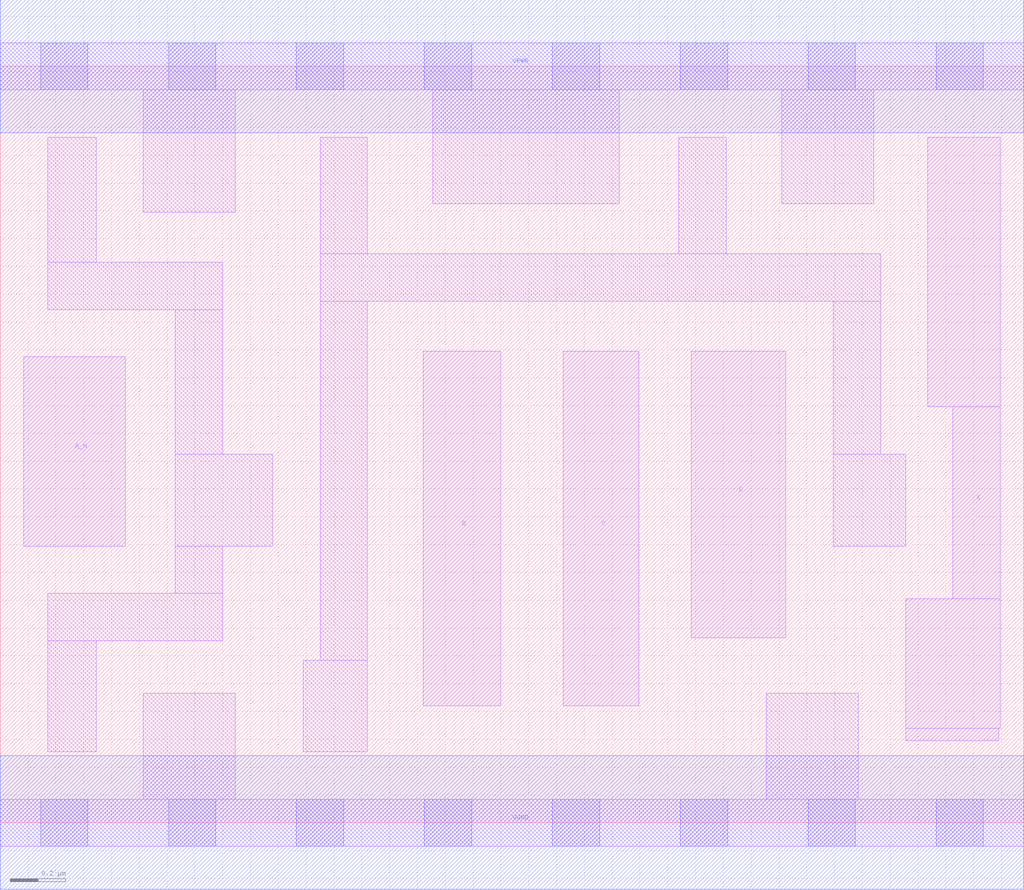
<source format=lef>
# Copyright 2020 The SkyWater PDK Authors
#
# Licensed under the Apache License, Version 2.0 (the "License");
# you may not use this file except in compliance with the License.
# You may obtain a copy of the License at
#
#     https://www.apache.org/licenses/LICENSE-2.0
#
# Unless required by applicable law or agreed to in writing, software
# distributed under the License is distributed on an "AS IS" BASIS,
# WITHOUT WARRANTIES OR CONDITIONS OF ANY KIND, either express or implied.
# See the License for the specific language governing permissions and
# limitations under the License.
#
# SPDX-License-Identifier: Apache-2.0

VERSION 5.7 ;
  NOWIREEXTENSIONATPIN ON ;
  DIVIDERCHAR "/" ;
  BUSBITCHARS "[]" ;
UNITS
  DATABASE MICRONS 200 ;
END UNITS
MACRO sky130_fd_sc_hd__and4b_1
  CLASS CORE ;
  FOREIGN sky130_fd_sc_hd__and4b_1 ;
  ORIGIN  0.000000  0.000000 ;
  SIZE  3.680000 BY  2.720000 ;
  SYMMETRY X Y R90 ;
  SITE unithd ;
  PIN A_N
    ANTENNAGATEAREA  0.126000 ;
    DIRECTION INPUT ;
    USE SIGNAL ;
    PORT
      LAYER li1 ;
        RECT 0.085000 0.995000 0.450000 1.675000 ;
    END
  END A_N
  PIN B
    ANTENNAGATEAREA  0.126000 ;
    DIRECTION INPUT ;
    USE SIGNAL ;
    PORT
      LAYER li1 ;
        RECT 1.520000 0.420000 1.800000 1.695000 ;
    END
  END B
  PIN C
    ANTENNAGATEAREA  0.126000 ;
    DIRECTION INPUT ;
    USE SIGNAL ;
    PORT
      LAYER li1 ;
        RECT 2.025000 0.420000 2.295000 1.695000 ;
    END
  END C
  PIN D
    ANTENNAGATEAREA  0.126000 ;
    DIRECTION INPUT ;
    USE SIGNAL ;
    PORT
      LAYER li1 ;
        RECT 2.485000 0.665000 2.825000 1.695000 ;
    END
  END D
  PIN X
    ANTENNADIFFAREA  0.429000 ;
    DIRECTION OUTPUT ;
    USE SIGNAL ;
    PORT
      LAYER li1 ;
        RECT 3.255000 0.295000 3.590000 0.340000 ;
        RECT 3.255000 0.340000 3.595000 0.805000 ;
        RECT 3.335000 1.495000 3.595000 2.465000 ;
        RECT 3.425000 0.805000 3.595000 1.495000 ;
    END
  END X
  PIN VGND
    DIRECTION INOUT ;
    SHAPE ABUTMENT ;
    USE GROUND ;
    PORT
      LAYER met1 ;
        RECT 0.000000 -0.240000 3.680000 0.240000 ;
    END
  END VGND
  PIN VPWR
    DIRECTION INOUT ;
    SHAPE ABUTMENT ;
    USE POWER ;
    PORT
      LAYER met1 ;
        RECT 0.000000 2.480000 3.680000 2.960000 ;
    END
  END VPWR
  OBS
    LAYER li1 ;
      RECT 0.000000 -0.085000 3.680000 0.085000 ;
      RECT 0.000000  2.635000 3.680000 2.805000 ;
      RECT 0.170000  0.255000 0.345000 0.655000 ;
      RECT 0.170000  0.655000 0.800000 0.825000 ;
      RECT 0.170000  1.845000 0.800000 2.015000 ;
      RECT 0.170000  2.015000 0.345000 2.465000 ;
      RECT 0.515000  0.085000 0.845000 0.465000 ;
      RECT 0.515000  2.195000 0.845000 2.635000 ;
      RECT 0.630000  0.825000 0.800000 0.995000 ;
      RECT 0.630000  0.995000 0.980000 1.325000 ;
      RECT 0.630000  1.325000 0.800000 1.845000 ;
      RECT 1.090000  0.255000 1.320000 0.585000 ;
      RECT 1.150000  0.585000 1.320000 1.875000 ;
      RECT 1.150000  1.875000 3.165000 2.045000 ;
      RECT 1.150000  2.045000 1.320000 2.465000 ;
      RECT 1.555000  2.225000 2.225000 2.635000 ;
      RECT 2.440000  2.045000 2.610000 2.465000 ;
      RECT 2.755000  0.085000 3.085000 0.465000 ;
      RECT 2.810000  2.225000 3.140000 2.635000 ;
      RECT 2.995000  0.995000 3.255000 1.325000 ;
      RECT 2.995000  1.325000 3.165000 1.875000 ;
    LAYER mcon ;
      RECT 0.145000 -0.085000 0.315000 0.085000 ;
      RECT 0.145000  2.635000 0.315000 2.805000 ;
      RECT 0.605000 -0.085000 0.775000 0.085000 ;
      RECT 0.605000  2.635000 0.775000 2.805000 ;
      RECT 1.065000 -0.085000 1.235000 0.085000 ;
      RECT 1.065000  2.635000 1.235000 2.805000 ;
      RECT 1.525000 -0.085000 1.695000 0.085000 ;
      RECT 1.525000  2.635000 1.695000 2.805000 ;
      RECT 1.985000 -0.085000 2.155000 0.085000 ;
      RECT 1.985000  2.635000 2.155000 2.805000 ;
      RECT 2.445000 -0.085000 2.615000 0.085000 ;
      RECT 2.445000  2.635000 2.615000 2.805000 ;
      RECT 2.905000 -0.085000 3.075000 0.085000 ;
      RECT 2.905000  2.635000 3.075000 2.805000 ;
      RECT 3.365000 -0.085000 3.535000 0.085000 ;
      RECT 3.365000  2.635000 3.535000 2.805000 ;
  END
END sky130_fd_sc_hd__and4b_1
END LIBRARY

</source>
